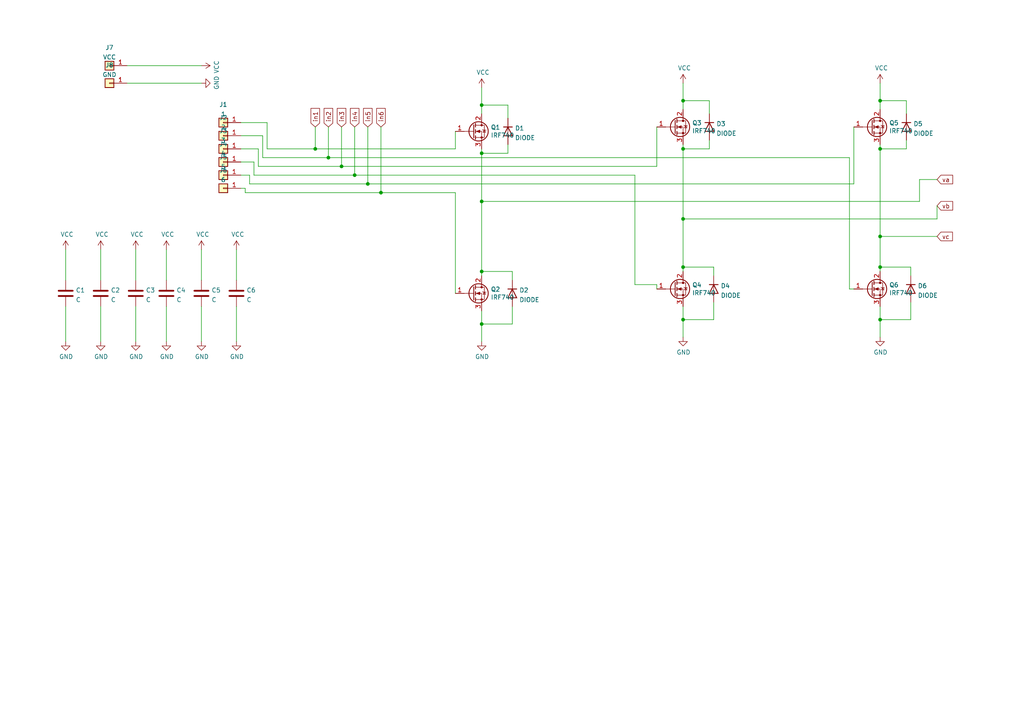
<source format=kicad_sch>
(kicad_sch (version 20211123) (generator eeschema)
  (paper "A4")
  (lib_symbols
    (symbol "Connector_Generic:Conn_01x01" (pin_names (offset 1.016) hide)
      (property "Reference" "J" (at 0 2.54 0))
      (property "Value" "Conn_01x01" (at 0 -2.54 0))
      (symbol "Conn_01x01_1_1"
        (rectangle (start -1.27 0.127) (end 0 -0.127) (stroke (width 0.1524)))
        (rectangle (start -1.27 1.27) (end 1.27 -1.27) (stroke (width 0.254)) (fill (type background)))
        (pin passive line (at -5.08 0 0) (length 3.81) (name "Pin_1") (number "1"))
      )
    )
    (symbol "Device:C" (pin_numbers hide) (pin_names (offset 0.254))
      (property "Reference" "C" (at 0.635 2.54 0))
      (property "Value" "C" (at 0.635 -2.54 0))
      (symbol "C_0_1"
        (polyline (pts (xy -2.032 -0.762) (xy 2.032 -0.762)) (stroke (width 0.508)))
        (polyline (pts (xy -2.032 0.762) (xy 2.032 0.762)) (stroke (width 0.508)))
      )
      (symbol "C_1_1"
        (pin passive line (at 0 3.81 270) (length 2.794) (name "~") (number "1"))
        (pin passive line (at 0 -3.81 90) (length 2.794) (name "~") (number "2"))
      )
    )
    (symbol "Simulation_SPICE:DIODE" (pin_numbers hide) (pin_names (offset 1.016) hide)
      (property "Reference" "D" (at 0 2.54 0))
      (property "Value" "DIODE" (at 0 -2.54 0))
      (symbol "DIODE_0_1"
        (polyline (pts (xy 1.27 0) (xy -1.27 0)))
        (polyline (pts (xy 1.27 1.27) (xy 1.27 -1.27)) (stroke (width 0.254)))
        (polyline (pts (xy -1.27 -1.27) (xy -1.27 1.27) (xy 1.27 0) (xy -1.27 -1.27)) (stroke (width 0.254)))
      )
      (symbol "DIODE_1_1"
        (pin passive line (at -3.81 0 0) (length 2.54) (name "A") (number "1"))
        (pin passive line (at 3.81 0 180) (length 2.54) (name "K") (number "2"))
      )
    )
    (symbol "Transistor_FET:IRF740" (pin_names hide)
      (property "Reference" "Q" (at 6.35 1.905 0))
      (property "Value" "IRF740" (at 6.35 0 0))
      (symbol "IRF740_0_1"
        (polyline (pts (xy 0.254 0) (xy -2.54 0)))
        (polyline (pts (xy 0.254 1.905) (xy 0.254 -1.905)) (stroke (width 0.254)))
        (polyline (pts (xy 0.762 -1.27) (xy 0.762 -2.286)) (stroke (width 0.254)))
        (polyline (pts (xy 0.762 0.508) (xy 0.762 -0.508)) (stroke (width 0.254)))
        (polyline (pts (xy 0.762 2.286) (xy 0.762 1.27)) (stroke (width 0.254)))
        (polyline (pts (xy 2.54 2.54) (xy 2.54 1.778)))
        (polyline (pts (xy 2.54 -2.54) (xy 2.54 0) (xy 0.762 0)))
        (polyline (pts (xy 0.762 -1.778) (xy 3.302 -1.778) (xy 3.302 1.778) (xy 0.762 1.778)))
        (polyline (pts (xy 1.016 0) (xy 2.032 0.381) (xy 2.032 -0.381) (xy 1.016 0)) (fill (type outline)))
        (polyline (pts (xy 2.794 0.508) (xy 2.921 0.381) (xy 3.683 0.381) (xy 3.81 0.254)))
        (polyline (pts (xy 3.302 0.381) (xy 2.921 -0.254) (xy 3.683 -0.254) (xy 3.302 0.381)))
        (circle (center 1.651 0) (radius 2.794) (stroke (width 0.254)))
        (circle (center 2.54 -1.778) (radius 0.254) (fill (type outline)))
        (circle (center 2.54 1.778) (radius 0.254) (fill (type outline)))
      )
      (symbol "IRF740_1_1"
        (pin input line (at -5.08 0 0) (length 2.54) (name "G") (number "1"))
        (pin passive line (at 2.54 5.08 270) (length 2.54) (name "D") (number "2"))
        (pin passive line (at 2.54 -5.08 90) (length 2.54) (name "S") (number "3"))
      )
    )
    (symbol "power:GND" (power) (pin_names (offset 0))
      (property "Value" "GND" (at 0 -3.81 0))
      (symbol "GND_0_1"
        (polyline (pts (xy 0 0) (xy 0 -1.27) (xy 1.27 -1.27) (xy 0 -2.54) (xy -1.27 -1.27) (xy 0 -1.27)))
      )
      (symbol "GND_1_1"
        (pin power_in line (at 0 0 270) (length 0) hide (name "GND") (number "1"))
      )
    )
    (symbol "power:VCC" (power) (pin_names (offset 0))
      (property "Value" "VCC" (at 0 3.81 0))
      (symbol "VCC_0_1"
        (polyline (pts (xy -0.762 1.27) (xy 0 2.54)))
        (polyline (pts (xy 0 0) (xy 0 2.54)))
        (polyline (pts (xy 0 2.54) (xy 0.762 1.27)))
      )
      (symbol "VCC_1_1"
        (pin power_in line (at 0 0 90) (length 0) hide (name "VCC") (number "1"))
      )
    )
  )
  (junction (at 255.27 77.47))
  (junction (at 255.27 68.58))
  (junction (at 139.7 30.48))
  (junction (at 198.12 43.18))
  (junction (at 255.27 29.21))
  (junction (at 110.49 55.88))
  (junction (at 255.27 92.71))
  (junction (at 198.12 29.21))
  (junction (at 139.7 44.45))
  (junction (at 102.87 50.8))
  (junction (at 91.44 43.18))
  (junction (at 106.68 53.34))
  (junction (at 198.12 92.71))
  (junction (at 95.25 45.72))
  (junction (at 198.12 77.47))
  (junction (at 99.06 48.26))
  (junction (at 139.7 93.98))
  (junction (at 255.27 43.18))
  (junction (at 198.12 63.5))
  (junction (at 139.7 58.42))
  (junction (at 139.7 78.74))
  (wire (pts (xy 76.2 39.37) (xy 76.2 45.72)))
  (wire (pts (xy 71.12 55.88) (xy 110.49 55.88)))
  (wire (pts (xy 72.39 50.8) (xy 72.39 53.34)))
  (wire (pts (xy 139.7 78.74) (xy 148.59 78.74)))
  (wire (pts (xy 198.12 63.5) (xy 198.12 77.47)))
  (wire (pts (xy 255.27 29.21) (xy 255.27 31.75)))
  (wire (pts (xy 36.83 19.05) (xy 58.42 19.05)))
  (wire (pts (xy 184.15 82.55) (xy 190.5 82.55)))
  (wire (pts (xy 148.59 88.9) (xy 148.59 93.98)))
  (wire (pts (xy 106.68 36.83) (xy 106.68 53.34)))
  (wire (pts (xy 74.93 43.18) (xy 74.93 48.26)))
  (wire (pts (xy 246.38 45.72) (xy 246.38 83.82)))
  (wire (pts (xy 207.01 87.63) (xy 207.01 92.71)))
  (wire (pts (xy 77.47 35.56) (xy 77.47 43.18)))
  (wire (pts (xy 139.7 93.98) (xy 148.59 93.98)))
  (wire (pts (xy 29.21 72.39) (xy 29.21 81.28)))
  (wire (pts (xy 255.27 77.47) (xy 255.27 78.74)))
  (wire (pts (xy 106.68 53.34) (xy 247.65 53.34)))
  (wire (pts (xy 72.39 53.34) (xy 106.68 53.34)))
  (wire (pts (xy 69.85 54.61) (xy 71.12 54.61)))
  (wire (pts (xy 255.27 24.13) (xy 255.27 29.21)))
  (wire (pts (xy 207.01 77.47) (xy 207.01 80.01)))
  (wire (pts (xy 58.42 88.9) (xy 58.42 99.06)))
  (wire (pts (xy 247.65 53.34) (xy 247.65 36.83)))
  (wire (pts (xy 198.12 92.71) (xy 207.01 92.71)))
  (wire (pts (xy 198.12 43.18) (xy 198.12 63.5)))
  (wire (pts (xy 19.05 88.9) (xy 19.05 99.06)))
  (wire (pts (xy 36.83 24.13) (xy 58.42 24.13)))
  (wire (pts (xy 74.93 48.26) (xy 99.06 48.26)))
  (wire (pts (xy 139.7 44.45) (xy 147.32 44.45)))
  (wire (pts (xy 198.12 43.18) (xy 205.74 43.18)))
  (wire (pts (xy 139.7 93.98) (xy 139.7 99.06)))
  (wire (pts (xy 99.06 36.83) (xy 99.06 48.26)))
  (wire (pts (xy 255.27 77.47) (xy 264.16 77.47)))
  (wire (pts (xy 271.78 63.5) (xy 198.12 63.5)))
  (wire (pts (xy 198.12 77.47) (xy 207.01 77.47)))
  (wire (pts (xy 102.87 50.8) (xy 184.15 50.8)))
  (wire (pts (xy 264.16 77.47) (xy 264.16 80.01)))
  (wire (pts (xy 139.7 90.17) (xy 139.7 93.98)))
  (wire (pts (xy 148.59 78.74) (xy 148.59 81.28)))
  (wire (pts (xy 132.08 43.18) (xy 132.08 38.1)))
  (wire (pts (xy 110.49 36.83) (xy 110.49 55.88)))
  (wire (pts (xy 255.27 68.58) (xy 271.78 68.58)))
  (wire (pts (xy 255.27 43.18) (xy 255.27 68.58)))
  (wire (pts (xy 39.37 72.39) (xy 39.37 81.28)))
  (wire (pts (xy 73.66 50.8) (xy 102.87 50.8)))
  (wire (pts (xy 69.85 43.18) (xy 74.93 43.18)))
  (wire (pts (xy 255.27 41.91) (xy 255.27 43.18)))
  (wire (pts (xy 58.42 72.39) (xy 58.42 81.28)))
  (wire (pts (xy 190.5 48.26) (xy 190.5 36.83)))
  (wire (pts (xy 29.21 88.9) (xy 29.21 99.06)))
  (wire (pts (xy 95.25 45.72) (xy 246.38 45.72)))
  (wire (pts (xy 69.85 50.8) (xy 72.39 50.8)))
  (wire (pts (xy 69.85 46.99) (xy 73.66 46.99)))
  (wire (pts (xy 69.85 39.37) (xy 76.2 39.37)))
  (wire (pts (xy 91.44 43.18) (xy 132.08 43.18)))
  (wire (pts (xy 132.08 55.88) (xy 132.08 85.09)))
  (wire (pts (xy 139.7 78.74) (xy 139.7 80.01)))
  (wire (pts (xy 139.7 58.42) (xy 139.7 78.74)))
  (wire (pts (xy 264.16 87.63) (xy 264.16 92.71)))
  (wire (pts (xy 147.32 41.91) (xy 147.32 44.45)))
  (wire (pts (xy 139.7 30.48) (xy 147.32 30.48)))
  (wire (pts (xy 266.7 52.07) (xy 271.78 52.07)))
  (wire (pts (xy 262.89 33.02) (xy 262.89 29.21)))
  (wire (pts (xy 73.66 46.99) (xy 73.66 50.8)))
  (wire (pts (xy 255.27 29.21) (xy 262.89 29.21)))
  (wire (pts (xy 139.7 43.18) (xy 139.7 44.45)))
  (wire (pts (xy 139.7 25.4) (xy 139.7 30.48)))
  (wire (pts (xy 19.05 72.39) (xy 19.05 81.28)))
  (wire (pts (xy 198.12 92.71) (xy 198.12 97.79)))
  (wire (pts (xy 255.27 92.71) (xy 255.27 97.79)))
  (wire (pts (xy 255.27 43.18) (xy 262.89 43.18)))
  (wire (pts (xy 95.25 36.83) (xy 95.25 45.72)))
  (wire (pts (xy 69.85 35.56) (xy 77.47 35.56)))
  (wire (pts (xy 266.7 52.07) (xy 266.7 58.42)))
  (wire (pts (xy 48.26 72.39) (xy 48.26 81.28)))
  (wire (pts (xy 262.89 40.64) (xy 262.89 43.18)))
  (wire (pts (xy 198.12 29.21) (xy 205.74 29.21)))
  (wire (pts (xy 139.7 44.45) (xy 139.7 58.42)))
  (wire (pts (xy 48.26 88.9) (xy 48.26 99.06)))
  (wire (pts (xy 205.74 33.02) (xy 205.74 29.21)))
  (wire (pts (xy 255.27 88.9) (xy 255.27 92.71)))
  (wire (pts (xy 198.12 29.21) (xy 198.12 31.75)))
  (wire (pts (xy 198.12 41.91) (xy 198.12 43.18)))
  (wire (pts (xy 102.87 36.83) (xy 102.87 50.8)))
  (wire (pts (xy 39.37 88.9) (xy 39.37 99.06)))
  (wire (pts (xy 190.5 82.55) (xy 190.5 83.82)))
  (wire (pts (xy 147.32 34.29) (xy 147.32 30.48)))
  (wire (pts (xy 77.47 43.18) (xy 91.44 43.18)))
  (wire (pts (xy 205.74 40.64) (xy 205.74 43.18)))
  (wire (pts (xy 110.49 55.88) (xy 132.08 55.88)))
  (wire (pts (xy 91.44 36.83) (xy 91.44 43.18)))
  (wire (pts (xy 139.7 30.48) (xy 139.7 33.02)))
  (wire (pts (xy 139.7 58.42) (xy 266.7 58.42)))
  (wire (pts (xy 68.58 88.9) (xy 68.58 99.06)))
  (wire (pts (xy 99.06 48.26) (xy 190.5 48.26)))
  (wire (pts (xy 68.58 72.39) (xy 68.58 81.28)))
  (wire (pts (xy 76.2 45.72) (xy 95.25 45.72)))
  (wire (pts (xy 198.12 88.9) (xy 198.12 92.71)))
  (wire (pts (xy 255.27 68.58) (xy 255.27 77.47)))
  (wire (pts (xy 246.38 83.82) (xy 247.65 83.82)))
  (wire (pts (xy 198.12 24.13) (xy 198.12 29.21)))
  (wire (pts (xy 271.78 59.69) (xy 271.78 63.5)))
  (wire (pts (xy 184.15 50.8) (xy 184.15 82.55)))
  (wire (pts (xy 71.12 54.61) (xy 71.12 55.88)))
  (wire (pts (xy 255.27 92.71) (xy 264.16 92.71)))
  (wire (pts (xy 198.12 77.47) (xy 198.12 78.74)))
  (global_label "in1" (shape input) (at 91.44 36.83 90) (property "Intersheet References" "${INTERSHEET_REFS}" (effects hide)))
  (global_label "in2" (shape input) (at 95.25 36.83 90) (property "Intersheet References" "${INTERSHEET_REFS}" (effects hide)))
  (global_label "vb" (shape input) (at 271.78 59.69 0) (property "Intersheet References" "${INTERSHEET_REFS}" (effects hide)))
  (global_label "in6" (shape input) (at 110.49 36.83 90) (property "Intersheet References" "${INTERSHEET_REFS}" (effects hide)))
  (global_label "in5" (shape input) (at 106.68 36.83 90) (property "Intersheet References" "${INTERSHEET_REFS}" (effects hide)))
  (global_label "va" (shape input) (at 271.78 52.07 0) (property "Intersheet References" "${INTERSHEET_REFS}" (effects hide)))
  (global_label "vc" (shape input) (at 271.78 68.58 0) (property "Intersheet References" "${INTERSHEET_REFS}" (effects hide)))
  (global_label "in4" (shape input) (at 102.87 36.83 90) (property "Intersheet References" "${INTERSHEET_REFS}" (effects hide)))
  (global_label "in3" (shape input) (at 99.06 36.83 90) (property "Intersheet References" "${INTERSHEET_REFS}" (effects hide)))
  (symbol (lib_id "Transistor_FET:IRF740") (at 137.16 38.1 0) (unit 1)
    (property "Reference" "Q1" (at 142.3416 36.9316 0) (effects (justify left)))
    (property "Value" "IRF740" (at 142.3416 39.243 0) (effects (justify left)))
    (property "Footprint" "Package_TO_SOT_THT:TO-220-3_Vertical" (effects hide))
    (property "Datasheet" "http://www.vishay.com/docs/91054/91054.pdf" (effects hide))
    (property "Spice_Primitive" "X" (effects hide))
    (property "Spice_Model" "MTB75N05H" (effects hide))
    (property "Spice_Netlist_Enabled" "Y" (effects hide))
    (property "Spice_Lib_File" "C:\\Users\\Elvis\\Documents\\Code Source\\Python Script\\ngspice\\MTB75N05H.lib" (effects hide))
    (property "Spice_Node_Sequence" "2 1 3" (effects hide))
  )
  (symbol (lib_id "power:VCC") (at 58.42 19.05 270) (unit 1)
    (property "Reference" "#PWR015" (effects hide))
    (property "Value" "VCC" (at 62.8142 19.431 0))
  )
  (symbol (lib_id "Simulation_SPICE:DIODE") (at 264.16 83.82 90) (unit 1)
    (property "Reference" "D6" (at 266.192 82.9115 90) (effects (justify right)))
    (property "Value" "DIODE" (at 266.192 85.6866 90) (effects (justify right)))
    (property "Spice_Netlist_Enabled" "Y" (effects hide))
    (property "Spice_Primitive" "D" (effects hide))
    (property "Spice_Model" "DN3491" (effects hide))
    (property "Spice_Lib_File" "DN3491.lib" (effects hide))
  )
  (symbol (lib_id "Simulation_SPICE:DIODE") (at 147.32 38.1 90) (unit 1)
    (property "Reference" "D1" (at 149.352 37.1915 90) (effects (justify right)))
    (property "Value" "DIODE" (at 149.352 39.9666 90) (effects (justify right)))
    (property "Spice_Netlist_Enabled" "Y" (effects hide))
    (property "Spice_Primitive" "D" (effects hide))
    (property "Spice_Model" "DN3491" (effects hide))
    (property "Spice_Lib_File" "DN3491.lib" (effects hide))
  )
  (symbol (lib_id "Device:C") (at 48.26 85.09 0) (unit 1)
    (property "Reference" "C4" (at 51.181 84.1815 0) (effects (justify left)))
    (property "Value" "C" (at 51.181 86.9566 0) (effects (justify left)))
  )
  (symbol (lib_id "Transistor_FET:IRF740") (at 195.58 36.83 0) (unit 1)
    (property "Reference" "Q3" (at 200.7616 35.6616 0) (effects (justify left)))
    (property "Value" "IRF740" (at 200.7616 37.973 0) (effects (justify left)))
    (property "Footprint" "Package_TO_SOT_THT:TO-220-3_Vertical" (effects hide))
    (property "Datasheet" "http://www.vishay.com/docs/91054/91054.pdf" (effects hide))
    (property "Spice_Primitive" "X" (effects hide))
    (property "Spice_Model" "MTB75N05H" (effects hide))
    (property "Spice_Netlist_Enabled" "Y" (effects hide))
    (property "Spice_Lib_File" "C:\\Users\\Elvis\\Documents\\Code Source\\Python Script\\ngspice\\MTB75N05H.lib" (effects hide))
    (property "Spice_Node_Sequence" "2 1 3" (effects hide))
  )
  (symbol (lib_id "Simulation_SPICE:DIODE") (at 205.74 36.83 90) (unit 1)
    (property "Reference" "D3" (at 207.772 35.9215 90) (effects (justify right)))
    (property "Value" "DIODE" (at 207.772 38.6966 90) (effects (justify right)))
    (property "Spice_Netlist_Enabled" "Y" (effects hide))
    (property "Spice_Primitive" "D" (effects hide))
    (property "Spice_Model" "DN3491" (effects hide))
    (property "Spice_Lib_File" "DN3491.lib" (effects hide))
  )
  (symbol (lib_id "Device:C") (at 39.37 85.09 0) (unit 1)
    (property "Reference" "C3" (at 42.291 84.1815 0) (effects (justify left)))
    (property "Value" "C" (at 42.291 86.9566 0) (effects (justify left)))
  )
  (symbol (lib_id "power:GND") (at 58.42 24.13 90) (unit 1)
    (property "Reference" "#PWR016" (effects hide))
    (property "Value" "GND" (at 62.8142 24.003 0))
  )
  (symbol (lib_id "Connector_Generic:Conn_01x01") (at 64.77 54.61 180) (unit 1)
    (property "Reference" "J6" (at 64.77 49.3735 0))
    (property "Value" "6" (at 64.77 52.1486 0))
  )
  (symbol (lib_id "Connector_Generic:Conn_01x01") (at 31.75 24.13 180) (unit 1)
    (property "Reference" "J8" (at 31.75 18.8935 0))
    (property "Value" "GND" (at 31.75 21.6686 0))
  )
  (symbol (lib_id "Connector_Generic:Conn_01x01") (at 64.77 43.18 180) (unit 1)
    (property "Reference" "J3" (at 64.77 37.9435 0))
    (property "Value" "3" (at 64.77 40.7186 0))
  )
  (symbol (lib_id "Transistor_FET:IRF740") (at 252.73 83.82 0) (unit 1)
    (property "Reference" "Q6" (at 257.9116 82.6516 0) (effects (justify left)))
    (property "Value" "IRF740" (at 257.9116 84.963 0) (effects (justify left)))
    (property "Footprint" "Package_TO_SOT_THT:TO-220-3_Vertical" (effects hide))
    (property "Datasheet" "http://www.vishay.com/docs/91054/91054.pdf" (effects hide))
    (property "Spice_Primitive" "X" (effects hide))
    (property "Spice_Model" "MTB75N05H" (effects hide))
    (property "Spice_Netlist_Enabled" "Y" (effects hide))
    (property "Spice_Lib_File" "C:\\Users\\Elvis\\Documents\\Code Source\\Python Script\\ngspice\\MTB75N05H.lib" (effects hide))
    (property "Spice_Node_Sequence" "2 1 3" (effects hide))
  )
  (symbol (lib_id "power:GND") (at 139.7 99.06 0) (unit 1)
    (property "Reference" "#PWR04" (effects hide))
    (property "Value" "GND" (at 139.827 103.4542 0))
  )
  (symbol (lib_id "Transistor_FET:IRF740") (at 252.73 36.83 0) (unit 1)
    (property "Reference" "Q5" (at 257.9116 35.6616 0) (effects (justify left)))
    (property "Value" "IRF740" (at 257.9116 37.973 0) (effects (justify left)))
    (property "Footprint" "Package_TO_SOT_THT:TO-220-3_Vertical" (effects hide))
    (property "Datasheet" "http://www.vishay.com/docs/91054/91054.pdf" (effects hide))
    (property "Spice_Primitive" "X" (effects hide))
    (property "Spice_Model" "MTB75N05H" (effects hide))
    (property "Spice_Netlist_Enabled" "Y" (effects hide))
    (property "Spice_Lib_File" "C:\\Users\\Elvis\\Documents\\Code Source\\Python Script\\ngspice\\MTB75N05H.lib" (effects hide))
    (property "Spice_Node_Sequence" "2 1 3" (effects hide))
  )
  (symbol (lib_id "power:GND") (at 19.05 99.06 0) (unit 1)
    (property "Reference" "#PWR05" (effects hide))
    (property "Value" "GND" (at 19.177 103.4542 0))
  )
  (symbol (lib_id "Transistor_FET:IRF740") (at 195.58 83.82 0) (unit 1)
    (property "Reference" "Q4" (at 200.7616 82.6516 0) (effects (justify left)))
    (property "Value" "IRF740" (at 200.7616 84.963 0) (effects (justify left)))
    (property "Footprint" "Package_TO_SOT_THT:TO-220-3_Vertical" (effects hide))
    (property "Datasheet" "http://www.vishay.com/docs/91054/91054.pdf" (effects hide))
    (property "Spice_Primitive" "X" (effects hide))
    (property "Spice_Model" "MTB75N05H" (effects hide))
    (property "Spice_Netlist_Enabled" "Y" (effects hide))
    (property "Spice_Lib_File" "C:\\Users\\Elvis\\Documents\\Code Source\\Python Script\\ngspice\\MTB75N05H.lib" (effects hide))
    (property "Spice_Node_Sequence" "2 1 3" (effects hide))
  )
  (symbol (lib_id "Device:C") (at 29.21 85.09 0) (unit 1)
    (property "Reference" "C2" (at 32.131 84.1815 0) (effects (justify left)))
    (property "Value" "C" (at 32.131 86.9566 0) (effects (justify left)))
  )
  (symbol (lib_id "Device:C") (at 58.42 85.09 0) (unit 1)
    (property "Reference" "C5" (at 61.341 84.1815 0) (effects (justify left)))
    (property "Value" "C" (at 61.341 86.9566 0) (effects (justify left)))
  )
  (symbol (lib_id "power:VCC") (at 39.37 72.39 0) (unit 1)
    (property "Reference" "#PWR011" (effects hide))
    (property "Value" "VCC" (at 39.751 67.9958 0))
  )
  (symbol (lib_id "power:VCC") (at 58.42 72.39 0) (unit 1)
    (property "Reference" "#PWR017" (effects hide))
    (property "Value" "VCC" (at 58.801 67.9958 0))
  )
  (symbol (lib_id "Connector_Generic:Conn_01x01") (at 64.77 35.56 180) (unit 1)
    (property "Reference" "J1" (at 64.77 30.3235 0))
    (property "Value" "1" (at 64.77 33.0986 0))
  )
  (symbol (lib_id "Connector_Generic:Conn_01x01") (at 64.77 46.99 180) (unit 1)
    (property "Reference" "J4" (at 64.77 41.7535 0))
    (property "Value" "4" (at 64.77 44.5286 0))
  )
  (symbol (lib_id "power:GND") (at 29.21 99.06 0) (unit 1)
    (property "Reference" "#PWR010" (effects hide))
    (property "Value" "GND" (at 29.337 103.4542 0))
  )
  (symbol (lib_id "Connector_Generic:Conn_01x01") (at 64.77 50.8 180) (unit 1)
    (property "Reference" "J5" (at 64.77 45.5635 0))
    (property "Value" "5" (at 64.77 48.3386 0))
  )
  (symbol (lib_id "power:GND") (at 68.58 99.06 0) (unit 1)
    (property "Reference" "#PWR020" (effects hide))
    (property "Value" "GND" (at 68.707 103.4542 0))
  )
  (symbol (lib_id "power:VCC") (at 48.26 72.39 0) (unit 1)
    (property "Reference" "#PWR013" (effects hide))
    (property "Value" "VCC" (at 48.641 67.9958 0))
  )
  (symbol (lib_id "power:VCC") (at 68.58 72.39 0) (unit 1)
    (property "Reference" "#PWR019" (effects hide))
    (property "Value" "VCC" (at 68.961 67.9958 0))
  )
  (symbol (lib_id "Device:C") (at 68.58 85.09 0) (unit 1)
    (property "Reference" "C6" (at 71.501 84.1815 0) (effects (justify left)))
    (property "Value" "C" (at 71.501 86.9566 0) (effects (justify left)))
  )
  (symbol (lib_id "power:VCC") (at 198.12 24.13 0) (unit 1)
    (property "Reference" "#PWR03" (effects hide))
    (property "Value" "VCC" (at 198.501 19.7358 0))
  )
  (symbol (lib_id "Connector_Generic:Conn_01x01") (at 64.77 39.37 180) (unit 1)
    (property "Reference" "J2" (at 64.77 34.1335 0))
    (property "Value" "2" (at 64.77 36.9086 0))
  )
  (symbol (lib_id "power:VCC") (at 255.27 24.13 0) (unit 1)
    (property "Reference" "#PWR07" (effects hide))
    (property "Value" "VCC" (at 255.651 19.7358 0))
  )
  (symbol (lib_id "power:VCC") (at 139.7 25.4 0) (unit 1)
    (property "Reference" "#PWR02" (effects hide))
    (property "Value" "VCC" (at 140.081 21.0058 0))
  )
  (symbol (lib_id "power:GND") (at 198.12 97.79 0) (unit 1)
    (property "Reference" "#PWR06" (effects hide))
    (property "Value" "GND" (at 198.247 102.1842 0))
  )
  (symbol (lib_id "Device:C") (at 19.05 85.09 0) (unit 1)
    (property "Reference" "C1" (at 21.971 84.1815 0) (effects (justify left)))
    (property "Value" "C" (at 21.971 86.9566 0) (effects (justify left)))
  )
  (symbol (lib_id "power:GND") (at 255.27 97.79 0) (unit 1)
    (property "Reference" "#PWR08" (effects hide))
    (property "Value" "GND" (at 255.397 102.1842 0))
  )
  (symbol (lib_id "Transistor_FET:IRF740") (at 137.16 85.09 0) (unit 1)
    (property "Reference" "Q2" (at 142.3416 83.9216 0) (effects (justify left)))
    (property "Value" "IRF740" (at 142.3416 86.233 0) (effects (justify left)))
    (property "Footprint" "Package_TO_SOT_THT:TO-220-3_Vertical" (effects hide))
    (property "Datasheet" "http://www.vishay.com/docs/91054/91054.pdf" (effects hide))
    (property "Spice_Primitive" "X" (effects hide))
    (property "Spice_Model" "MTB75N05H" (effects hide))
    (property "Spice_Netlist_Enabled" "Y" (effects hide))
    (property "Spice_Lib_File" "C:\\Users\\Elvis\\Documents\\Code Source\\Python Script\\ngspice\\MTB75N05H.lib" (effects hide))
    (property "Spice_Node_Sequence" "2 1 3" (effects hide))
  )
  (symbol (lib_id "Simulation_SPICE:DIODE") (at 262.89 36.83 90) (unit 1)
    (property "Reference" "D5" (at 264.922 35.9215 90) (effects (justify right)))
    (property "Value" "DIODE" (at 264.922 38.6966 90) (effects (justify right)))
    (property "Spice_Netlist_Enabled" "Y" (effects hide))
    (property "Spice_Primitive" "D" (effects hide))
    (property "Spice_Model" "DN3491" (effects hide))
    (property "Spice_Lib_File" "DN3491.lib" (effects hide))
  )
  (symbol (lib_id "power:GND") (at 48.26 99.06 0) (unit 1)
    (property "Reference" "#PWR014" (effects hide))
    (property "Value" "GND" (at 48.387 103.4542 0))
  )
  (symbol (lib_id "Simulation_SPICE:DIODE") (at 148.59 85.09 90) (unit 1)
    (property "Reference" "D2" (at 150.622 84.1815 90) (effects (justify right)))
    (property "Value" "DIODE" (at 150.622 86.9566 90) (effects (justify right)))
    (property "Spice_Netlist_Enabled" "Y" (effects hide))
    (property "Spice_Primitive" "D" (effects hide))
    (property "Spice_Model" "DN3491" (effects hide))
    (property "Spice_Lib_File" "DN3491.lib" (effects hide))
  )
  (symbol (lib_id "Connector_Generic:Conn_01x01") (at 31.75 19.05 180) (unit 1)
    (property "Reference" "J7" (at 31.75 13.8135 0))
    (property "Value" "VCC" (at 31.75 16.5886 0))
  )
  (symbol (lib_id "power:VCC") (at 29.21 72.39 0) (unit 1)
    (property "Reference" "#PWR09" (effects hide))
    (property "Value" "VCC" (at 29.591 67.9958 0))
  )
  (symbol (lib_id "power:GND") (at 39.37 99.06 0) (unit 1)
    (property "Reference" "#PWR012" (effects hide))
    (property "Value" "GND" (at 39.497 103.4542 0))
  )
  (symbol (lib_id "power:GND") (at 58.42 99.06 0) (unit 1)
    (property "Reference" "#PWR018" (effects hide))
    (property "Value" "GND" (at 58.547 103.4542 0))
  )
  (symbol (lib_id "Simulation_SPICE:DIODE") (at 207.01 83.82 90) (unit 1)
    (property "Reference" "D4" (at 209.042 82.9115 90) (effects (justify right)))
    (property "Value" "DIODE" (at 209.042 85.6866 90) (effects (justify right)))
    (property "Spice_Netlist_Enabled" "Y" (effects hide))
    (property "Spice_Primitive" "D" (effects hide))
    (property "Spice_Model" "DN3491" (effects hide))
    (property "Spice_Lib_File" "DN3491.lib" (effects hide))
  )
  (symbol (lib_id "power:VCC") (at 19.05 72.39 0) (unit 1)
    (property "Reference" "#PWR01" (effects hide))
    (property "Value" "VCC" (at 19.431 67.9958 0))
  )
)
</source>
